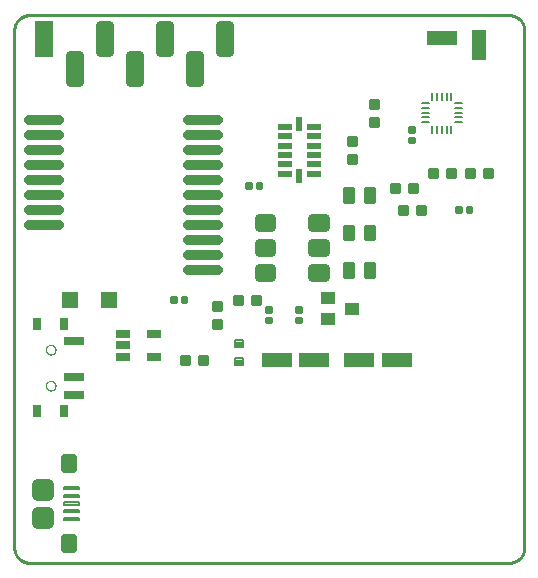
<source format=gtp>
G75*
%MOIN*%
%OFA0B0*%
%FSLAX25Y25*%
%IPPOS*%
%LPD*%
%AMOC8*
5,1,8,0,0,1.08239X$1,22.5*
%
%ADD10C,0.01000*%
%ADD11R,0.10000X0.05000*%
%ADD12C,0.01250*%
%ADD13R,0.05000X0.10000*%
%ADD14C,0.02953*%
%ADD15R,0.05500X0.05500*%
%ADD16C,0.00750*%
%ADD17C,0.03000*%
%ADD18R,0.06000X0.12000*%
%ADD19C,0.00875*%
%ADD20R,0.07087X0.02756*%
%ADD21R,0.02756X0.04000*%
%ADD22C,0.00000*%
%ADD23C,0.03200*%
%ADD24R,0.04500X0.04000*%
%ADD25R,0.04724X0.01969*%
%ADD26R,0.01969X0.04724*%
%ADD27C,0.00787*%
%ADD28R,0.04724X0.02717*%
%ADD29C,0.02756*%
%ADD30C,0.03740*%
D10*
X0008000Y0006500D02*
X0008000Y0179000D01*
X0008002Y0179140D01*
X0008008Y0179280D01*
X0008018Y0179420D01*
X0008031Y0179560D01*
X0008049Y0179699D01*
X0008071Y0179838D01*
X0008096Y0179975D01*
X0008125Y0180113D01*
X0008158Y0180249D01*
X0008195Y0180384D01*
X0008236Y0180518D01*
X0008281Y0180651D01*
X0008329Y0180783D01*
X0008381Y0180913D01*
X0008436Y0181042D01*
X0008495Y0181169D01*
X0008558Y0181295D01*
X0008624Y0181419D01*
X0008693Y0181540D01*
X0008766Y0181660D01*
X0008843Y0181778D01*
X0008922Y0181893D01*
X0009005Y0182007D01*
X0009091Y0182117D01*
X0009180Y0182226D01*
X0009272Y0182332D01*
X0009367Y0182435D01*
X0009464Y0182536D01*
X0009565Y0182633D01*
X0009668Y0182728D01*
X0009774Y0182820D01*
X0009883Y0182909D01*
X0009993Y0182995D01*
X0010107Y0183078D01*
X0010222Y0183157D01*
X0010340Y0183234D01*
X0010460Y0183307D01*
X0010581Y0183376D01*
X0010705Y0183442D01*
X0010831Y0183505D01*
X0010958Y0183564D01*
X0011087Y0183619D01*
X0011217Y0183671D01*
X0011349Y0183719D01*
X0011482Y0183764D01*
X0011616Y0183805D01*
X0011751Y0183842D01*
X0011887Y0183875D01*
X0012025Y0183904D01*
X0012162Y0183929D01*
X0012301Y0183951D01*
X0012440Y0183969D01*
X0012580Y0183982D01*
X0012720Y0183992D01*
X0012860Y0183998D01*
X0013000Y0184000D01*
X0173000Y0184000D01*
X0173140Y0183998D01*
X0173280Y0183992D01*
X0173420Y0183982D01*
X0173560Y0183969D01*
X0173699Y0183951D01*
X0173838Y0183929D01*
X0173975Y0183904D01*
X0174113Y0183875D01*
X0174249Y0183842D01*
X0174384Y0183805D01*
X0174518Y0183764D01*
X0174651Y0183719D01*
X0174783Y0183671D01*
X0174913Y0183619D01*
X0175042Y0183564D01*
X0175169Y0183505D01*
X0175295Y0183442D01*
X0175419Y0183376D01*
X0175540Y0183307D01*
X0175660Y0183234D01*
X0175778Y0183157D01*
X0175893Y0183078D01*
X0176007Y0182995D01*
X0176117Y0182909D01*
X0176226Y0182820D01*
X0176332Y0182728D01*
X0176435Y0182633D01*
X0176536Y0182536D01*
X0176633Y0182435D01*
X0176728Y0182332D01*
X0176820Y0182226D01*
X0176909Y0182117D01*
X0176995Y0182007D01*
X0177078Y0181893D01*
X0177157Y0181778D01*
X0177234Y0181660D01*
X0177307Y0181540D01*
X0177376Y0181419D01*
X0177442Y0181295D01*
X0177505Y0181169D01*
X0177564Y0181042D01*
X0177619Y0180913D01*
X0177671Y0180783D01*
X0177719Y0180651D01*
X0177764Y0180518D01*
X0177805Y0180384D01*
X0177842Y0180249D01*
X0177875Y0180113D01*
X0177904Y0179975D01*
X0177929Y0179838D01*
X0177951Y0179699D01*
X0177969Y0179560D01*
X0177982Y0179420D01*
X0177992Y0179280D01*
X0177998Y0179140D01*
X0178000Y0179000D01*
X0178000Y0006500D01*
X0177998Y0006360D01*
X0177992Y0006220D01*
X0177982Y0006080D01*
X0177969Y0005940D01*
X0177951Y0005801D01*
X0177929Y0005662D01*
X0177904Y0005525D01*
X0177875Y0005387D01*
X0177842Y0005251D01*
X0177805Y0005116D01*
X0177764Y0004982D01*
X0177719Y0004849D01*
X0177671Y0004717D01*
X0177619Y0004587D01*
X0177564Y0004458D01*
X0177505Y0004331D01*
X0177442Y0004205D01*
X0177376Y0004081D01*
X0177307Y0003960D01*
X0177234Y0003840D01*
X0177157Y0003722D01*
X0177078Y0003607D01*
X0176995Y0003493D01*
X0176909Y0003383D01*
X0176820Y0003274D01*
X0176728Y0003168D01*
X0176633Y0003065D01*
X0176536Y0002964D01*
X0176435Y0002867D01*
X0176332Y0002772D01*
X0176226Y0002680D01*
X0176117Y0002591D01*
X0176007Y0002505D01*
X0175893Y0002422D01*
X0175778Y0002343D01*
X0175660Y0002266D01*
X0175540Y0002193D01*
X0175419Y0002124D01*
X0175295Y0002058D01*
X0175169Y0001995D01*
X0175042Y0001936D01*
X0174913Y0001881D01*
X0174783Y0001829D01*
X0174651Y0001781D01*
X0174518Y0001736D01*
X0174384Y0001695D01*
X0174249Y0001658D01*
X0174113Y0001625D01*
X0173975Y0001596D01*
X0173838Y0001571D01*
X0173699Y0001549D01*
X0173560Y0001531D01*
X0173420Y0001518D01*
X0173280Y0001508D01*
X0173140Y0001502D01*
X0173000Y0001500D01*
X0013000Y0001500D01*
X0012860Y0001502D01*
X0012720Y0001508D01*
X0012580Y0001518D01*
X0012440Y0001531D01*
X0012301Y0001549D01*
X0012162Y0001571D01*
X0012025Y0001596D01*
X0011887Y0001625D01*
X0011751Y0001658D01*
X0011616Y0001695D01*
X0011482Y0001736D01*
X0011349Y0001781D01*
X0011217Y0001829D01*
X0011087Y0001881D01*
X0010958Y0001936D01*
X0010831Y0001995D01*
X0010705Y0002058D01*
X0010581Y0002124D01*
X0010460Y0002193D01*
X0010340Y0002266D01*
X0010222Y0002343D01*
X0010107Y0002422D01*
X0009993Y0002505D01*
X0009883Y0002591D01*
X0009774Y0002680D01*
X0009668Y0002772D01*
X0009565Y0002867D01*
X0009464Y0002964D01*
X0009367Y0003065D01*
X0009272Y0003168D01*
X0009180Y0003274D01*
X0009091Y0003383D01*
X0009005Y0003493D01*
X0008922Y0003607D01*
X0008843Y0003722D01*
X0008766Y0003840D01*
X0008693Y0003960D01*
X0008624Y0004081D01*
X0008558Y0004205D01*
X0008495Y0004331D01*
X0008436Y0004458D01*
X0008381Y0004587D01*
X0008329Y0004717D01*
X0008281Y0004849D01*
X0008236Y0004982D01*
X0008195Y0005116D01*
X0008158Y0005251D01*
X0008125Y0005387D01*
X0008096Y0005525D01*
X0008071Y0005662D01*
X0008049Y0005801D01*
X0008031Y0005940D01*
X0008018Y0006080D01*
X0008008Y0006220D01*
X0008002Y0006360D01*
X0008000Y0006500D01*
X0118000Y0096750D02*
X0121000Y0096750D01*
X0118000Y0096750D02*
X0118000Y0101250D01*
X0121000Y0101250D01*
X0121000Y0096750D01*
X0121000Y0097749D02*
X0118000Y0097749D01*
X0118000Y0098748D02*
X0121000Y0098748D01*
X0121000Y0099747D02*
X0118000Y0099747D01*
X0118000Y0100746D02*
X0121000Y0100746D01*
X0125000Y0096750D02*
X0128000Y0096750D01*
X0125000Y0096750D02*
X0125000Y0101250D01*
X0128000Y0101250D01*
X0128000Y0096750D01*
X0128000Y0097749D02*
X0125000Y0097749D01*
X0125000Y0098748D02*
X0128000Y0098748D01*
X0128000Y0099747D02*
X0125000Y0099747D01*
X0125000Y0100746D02*
X0128000Y0100746D01*
X0128000Y0109250D02*
X0125000Y0109250D01*
X0125000Y0113750D01*
X0128000Y0113750D01*
X0128000Y0109250D01*
X0128000Y0110249D02*
X0125000Y0110249D01*
X0125000Y0111248D02*
X0128000Y0111248D01*
X0128000Y0112247D02*
X0125000Y0112247D01*
X0125000Y0113246D02*
X0128000Y0113246D01*
X0121000Y0109250D02*
X0118000Y0109250D01*
X0118000Y0113750D01*
X0121000Y0113750D01*
X0121000Y0109250D01*
X0121000Y0110249D02*
X0118000Y0110249D01*
X0118000Y0111248D02*
X0121000Y0111248D01*
X0121000Y0112247D02*
X0118000Y0112247D01*
X0118000Y0113246D02*
X0121000Y0113246D01*
X0121000Y0121750D02*
X0118000Y0121750D01*
X0118000Y0126250D01*
X0121000Y0126250D01*
X0121000Y0121750D01*
X0121000Y0122749D02*
X0118000Y0122749D01*
X0118000Y0123748D02*
X0121000Y0123748D01*
X0121000Y0124747D02*
X0118000Y0124747D01*
X0118000Y0125746D02*
X0121000Y0125746D01*
X0125000Y0121750D02*
X0128000Y0121750D01*
X0125000Y0121750D02*
X0125000Y0126250D01*
X0128000Y0126250D01*
X0128000Y0121750D01*
X0128000Y0122749D02*
X0125000Y0122749D01*
X0125000Y0123748D02*
X0128000Y0123748D01*
X0128000Y0124747D02*
X0125000Y0124747D01*
X0125000Y0125746D02*
X0128000Y0125746D01*
D11*
X0150500Y0176500D03*
X0135500Y0069000D03*
X0123000Y0069000D03*
X0108000Y0069000D03*
X0095500Y0069000D03*
D12*
X0092375Y0081625D02*
X0092375Y0082875D01*
X0093625Y0082875D01*
X0093625Y0081625D01*
X0092375Y0081625D01*
X0092375Y0082874D02*
X0093625Y0082874D01*
X0092375Y0085125D02*
X0092375Y0086375D01*
X0093625Y0086375D01*
X0093625Y0085125D01*
X0092375Y0085125D01*
X0092375Y0086374D02*
X0093625Y0086374D01*
X0102375Y0086375D02*
X0102375Y0085125D01*
X0102375Y0086375D02*
X0103625Y0086375D01*
X0103625Y0085125D01*
X0102375Y0085125D01*
X0102375Y0086374D02*
X0103625Y0086374D01*
X0102375Y0082875D02*
X0102375Y0081625D01*
X0102375Y0082875D02*
X0103625Y0082875D01*
X0103625Y0081625D01*
X0102375Y0081625D01*
X0102375Y0082874D02*
X0103625Y0082874D01*
X0065375Y0089625D02*
X0064125Y0089625D01*
X0065375Y0089625D02*
X0065375Y0088375D01*
X0064125Y0088375D01*
X0064125Y0089625D01*
X0064125Y0089624D02*
X0065375Y0089624D01*
X0061875Y0089625D02*
X0060625Y0089625D01*
X0061875Y0089625D02*
X0061875Y0088375D01*
X0060625Y0088375D01*
X0060625Y0089625D01*
X0060625Y0089624D02*
X0061875Y0089624D01*
X0085625Y0127625D02*
X0086875Y0127625D01*
X0086875Y0126375D01*
X0085625Y0126375D01*
X0085625Y0127625D01*
X0085625Y0127624D02*
X0086875Y0127624D01*
X0089125Y0127625D02*
X0090375Y0127625D01*
X0090375Y0126375D01*
X0089125Y0126375D01*
X0089125Y0127625D01*
X0089125Y0127624D02*
X0090375Y0127624D01*
X0139875Y0141625D02*
X0139875Y0142875D01*
X0141125Y0142875D01*
X0141125Y0141625D01*
X0139875Y0141625D01*
X0139875Y0142874D02*
X0141125Y0142874D01*
X0139875Y0145125D02*
X0139875Y0146375D01*
X0141125Y0146375D01*
X0141125Y0145125D01*
X0139875Y0145125D01*
X0139875Y0146374D02*
X0141125Y0146374D01*
X0155625Y0118375D02*
X0156875Y0118375D01*
X0155625Y0118375D02*
X0155625Y0119625D01*
X0156875Y0119625D01*
X0156875Y0118375D01*
X0156875Y0119624D02*
X0155625Y0119624D01*
X0159125Y0118375D02*
X0160375Y0118375D01*
X0159125Y0118375D02*
X0159125Y0119625D01*
X0160375Y0119625D01*
X0160375Y0118375D01*
X0160375Y0119624D02*
X0159125Y0119624D01*
D13*
X0163000Y0174000D03*
D14*
X0111425Y0116245D02*
X0107291Y0116245D01*
X0111425Y0116245D02*
X0111425Y0113291D01*
X0107291Y0113291D01*
X0107291Y0116245D01*
X0107291Y0116243D02*
X0111425Y0116243D01*
X0111425Y0107977D02*
X0107291Y0107977D01*
X0111425Y0107977D02*
X0111425Y0105023D01*
X0107291Y0105023D01*
X0107291Y0107977D01*
X0107291Y0107975D02*
X0111425Y0107975D01*
X0111425Y0099709D02*
X0107291Y0099709D01*
X0111425Y0099709D02*
X0111425Y0096755D01*
X0107291Y0096755D01*
X0107291Y0099709D01*
X0107291Y0099707D02*
X0111425Y0099707D01*
X0093709Y0099709D02*
X0089575Y0099709D01*
X0093709Y0099709D02*
X0093709Y0096755D01*
X0089575Y0096755D01*
X0089575Y0099709D01*
X0089575Y0099707D02*
X0093709Y0099707D01*
X0093709Y0107977D02*
X0089575Y0107977D01*
X0093709Y0107977D02*
X0093709Y0105023D01*
X0089575Y0105023D01*
X0089575Y0107977D01*
X0089575Y0107975D02*
X0093709Y0107975D01*
X0093709Y0116245D02*
X0089575Y0116245D01*
X0093709Y0116245D02*
X0093709Y0113291D01*
X0089575Y0113291D01*
X0089575Y0116245D01*
X0089575Y0116243D02*
X0093709Y0116243D01*
D15*
X0039500Y0089000D03*
X0026500Y0089000D03*
D16*
X0084375Y0075625D02*
X0084375Y0073375D01*
X0081625Y0073375D01*
X0081625Y0075625D01*
X0084375Y0075625D01*
X0084375Y0074124D02*
X0081625Y0074124D01*
X0081625Y0074873D02*
X0084375Y0074873D01*
X0084375Y0075622D02*
X0081625Y0075622D01*
X0084375Y0069625D02*
X0084375Y0067375D01*
X0081625Y0067375D01*
X0081625Y0069625D01*
X0084375Y0069625D01*
X0084375Y0068124D02*
X0081625Y0068124D01*
X0081625Y0068873D02*
X0084375Y0068873D01*
X0084375Y0069622D02*
X0081625Y0069622D01*
D17*
X0069500Y0161626D02*
X0069500Y0170626D01*
X0069500Y0161626D02*
X0066500Y0161626D01*
X0066500Y0170626D01*
X0069500Y0170626D01*
X0069500Y0164625D02*
X0066500Y0164625D01*
X0066500Y0167624D02*
X0069500Y0167624D01*
X0069500Y0170623D02*
X0066500Y0170623D01*
X0059500Y0171626D02*
X0059500Y0180626D01*
X0059500Y0171626D02*
X0056500Y0171626D01*
X0056500Y0180626D01*
X0059500Y0180626D01*
X0059500Y0174625D02*
X0056500Y0174625D01*
X0056500Y0177624D02*
X0059500Y0177624D01*
X0059500Y0180623D02*
X0056500Y0180623D01*
X0049500Y0170626D02*
X0049500Y0161626D01*
X0046500Y0161626D01*
X0046500Y0170626D01*
X0049500Y0170626D01*
X0049500Y0164625D02*
X0046500Y0164625D01*
X0046500Y0167624D02*
X0049500Y0167624D01*
X0049500Y0170623D02*
X0046500Y0170623D01*
X0039500Y0171626D02*
X0039500Y0180626D01*
X0039500Y0171626D02*
X0036500Y0171626D01*
X0036500Y0180626D01*
X0039500Y0180626D01*
X0039500Y0174625D02*
X0036500Y0174625D01*
X0036500Y0177624D02*
X0039500Y0177624D01*
X0039500Y0180623D02*
X0036500Y0180623D01*
X0029500Y0170626D02*
X0029500Y0161626D01*
X0026500Y0161626D01*
X0026500Y0170626D01*
X0029500Y0170626D01*
X0029500Y0164625D02*
X0026500Y0164625D01*
X0026500Y0167624D02*
X0029500Y0167624D01*
X0029500Y0170623D02*
X0026500Y0170623D01*
X0079500Y0171626D02*
X0079500Y0180626D01*
X0079500Y0171626D02*
X0076500Y0171626D01*
X0076500Y0180626D01*
X0079500Y0180626D01*
X0079500Y0174625D02*
X0076500Y0174625D01*
X0076500Y0177624D02*
X0079500Y0177624D01*
X0079500Y0180623D02*
X0076500Y0180623D01*
D18*
X0018000Y0176126D03*
D19*
X0081187Y0090313D02*
X0083813Y0090313D01*
X0083813Y0087687D01*
X0081187Y0087687D01*
X0081187Y0090313D01*
X0081187Y0088561D02*
X0083813Y0088561D01*
X0083813Y0089435D02*
X0081187Y0089435D01*
X0081187Y0090309D02*
X0083813Y0090309D01*
X0087187Y0090313D02*
X0089813Y0090313D01*
X0089813Y0087687D01*
X0087187Y0087687D01*
X0087187Y0090313D01*
X0087187Y0088561D02*
X0089813Y0088561D01*
X0089813Y0089435D02*
X0087187Y0089435D01*
X0087187Y0090309D02*
X0089813Y0090309D01*
X0074187Y0088313D02*
X0074187Y0085687D01*
X0074187Y0088313D02*
X0076813Y0088313D01*
X0076813Y0085687D01*
X0074187Y0085687D01*
X0074187Y0086561D02*
X0076813Y0086561D01*
X0076813Y0087435D02*
X0074187Y0087435D01*
X0074187Y0088309D02*
X0076813Y0088309D01*
X0074187Y0082313D02*
X0074187Y0079687D01*
X0074187Y0082313D02*
X0076813Y0082313D01*
X0076813Y0079687D01*
X0074187Y0079687D01*
X0074187Y0080561D02*
X0076813Y0080561D01*
X0076813Y0081435D02*
X0074187Y0081435D01*
X0074187Y0082309D02*
X0076813Y0082309D01*
X0072313Y0067687D02*
X0069687Y0067687D01*
X0069687Y0070313D01*
X0072313Y0070313D01*
X0072313Y0067687D01*
X0072313Y0068561D02*
X0069687Y0068561D01*
X0069687Y0069435D02*
X0072313Y0069435D01*
X0072313Y0070309D02*
X0069687Y0070309D01*
X0066313Y0067687D02*
X0063687Y0067687D01*
X0063687Y0070313D01*
X0066313Y0070313D01*
X0066313Y0067687D01*
X0066313Y0068561D02*
X0063687Y0068561D01*
X0063687Y0069435D02*
X0066313Y0069435D01*
X0066313Y0070309D02*
X0063687Y0070309D01*
X0119187Y0134687D02*
X0119187Y0137313D01*
X0121813Y0137313D01*
X0121813Y0134687D01*
X0119187Y0134687D01*
X0119187Y0135561D02*
X0121813Y0135561D01*
X0121813Y0136435D02*
X0119187Y0136435D01*
X0119187Y0137309D02*
X0121813Y0137309D01*
X0119187Y0140687D02*
X0119187Y0143313D01*
X0121813Y0143313D01*
X0121813Y0140687D01*
X0119187Y0140687D01*
X0119187Y0141561D02*
X0121813Y0141561D01*
X0121813Y0142435D02*
X0119187Y0142435D01*
X0119187Y0143309D02*
X0121813Y0143309D01*
X0129313Y0147187D02*
X0129313Y0149813D01*
X0129313Y0147187D02*
X0126687Y0147187D01*
X0126687Y0149813D01*
X0129313Y0149813D01*
X0129313Y0148061D02*
X0126687Y0148061D01*
X0126687Y0148935D02*
X0129313Y0148935D01*
X0129313Y0149809D02*
X0126687Y0149809D01*
X0129313Y0153187D02*
X0129313Y0155813D01*
X0129313Y0153187D02*
X0126687Y0153187D01*
X0126687Y0155813D01*
X0129313Y0155813D01*
X0129313Y0154061D02*
X0126687Y0154061D01*
X0126687Y0154935D02*
X0129313Y0154935D01*
X0129313Y0155809D02*
X0126687Y0155809D01*
X0146187Y0130187D02*
X0148813Y0130187D01*
X0146187Y0130187D02*
X0146187Y0132813D01*
X0148813Y0132813D01*
X0148813Y0130187D01*
X0148813Y0131061D02*
X0146187Y0131061D01*
X0146187Y0131935D02*
X0148813Y0131935D01*
X0148813Y0132809D02*
X0146187Y0132809D01*
X0152187Y0130187D02*
X0154813Y0130187D01*
X0152187Y0130187D02*
X0152187Y0132813D01*
X0154813Y0132813D01*
X0154813Y0130187D01*
X0154813Y0131061D02*
X0152187Y0131061D01*
X0152187Y0131935D02*
X0154813Y0131935D01*
X0154813Y0132809D02*
X0152187Y0132809D01*
X0158687Y0132813D02*
X0161313Y0132813D01*
X0161313Y0130187D01*
X0158687Y0130187D01*
X0158687Y0132813D01*
X0158687Y0131061D02*
X0161313Y0131061D01*
X0161313Y0131935D02*
X0158687Y0131935D01*
X0158687Y0132809D02*
X0161313Y0132809D01*
X0164687Y0132813D02*
X0167313Y0132813D01*
X0167313Y0130187D01*
X0164687Y0130187D01*
X0164687Y0132813D01*
X0164687Y0131061D02*
X0167313Y0131061D01*
X0167313Y0131935D02*
X0164687Y0131935D01*
X0164687Y0132809D02*
X0167313Y0132809D01*
X0144813Y0117687D02*
X0142187Y0117687D01*
X0142187Y0120313D01*
X0144813Y0120313D01*
X0144813Y0117687D01*
X0144813Y0118561D02*
X0142187Y0118561D01*
X0142187Y0119435D02*
X0144813Y0119435D01*
X0144813Y0120309D02*
X0142187Y0120309D01*
X0138813Y0117687D02*
X0136187Y0117687D01*
X0136187Y0120313D01*
X0138813Y0120313D01*
X0138813Y0117687D01*
X0138813Y0118561D02*
X0136187Y0118561D01*
X0136187Y0119435D02*
X0138813Y0119435D01*
X0138813Y0120309D02*
X0136187Y0120309D01*
X0136313Y0125187D02*
X0133687Y0125187D01*
X0133687Y0127813D01*
X0136313Y0127813D01*
X0136313Y0125187D01*
X0136313Y0126061D02*
X0133687Y0126061D01*
X0133687Y0126935D02*
X0136313Y0126935D01*
X0136313Y0127809D02*
X0133687Y0127809D01*
X0139687Y0125187D02*
X0142313Y0125187D01*
X0139687Y0125187D02*
X0139687Y0127813D01*
X0142313Y0127813D01*
X0142313Y0125187D01*
X0142313Y0126061D02*
X0139687Y0126061D01*
X0139687Y0126935D02*
X0142313Y0126935D01*
X0142313Y0127809D02*
X0139687Y0127809D01*
D20*
X0027913Y0075500D03*
X0027913Y0063500D03*
X0027913Y0057500D03*
D21*
X0024654Y0052000D03*
X0015598Y0052000D03*
X0015598Y0081000D03*
X0024654Y0081000D03*
D22*
X0018526Y0072500D02*
X0018528Y0072580D01*
X0018534Y0072659D01*
X0018544Y0072738D01*
X0018558Y0072817D01*
X0018575Y0072895D01*
X0018597Y0072972D01*
X0018622Y0073047D01*
X0018652Y0073121D01*
X0018684Y0073194D01*
X0018721Y0073265D01*
X0018761Y0073334D01*
X0018804Y0073401D01*
X0018851Y0073466D01*
X0018900Y0073528D01*
X0018953Y0073588D01*
X0019009Y0073645D01*
X0019067Y0073700D01*
X0019128Y0073751D01*
X0019192Y0073799D01*
X0019258Y0073844D01*
X0019326Y0073886D01*
X0019396Y0073924D01*
X0019468Y0073958D01*
X0019541Y0073989D01*
X0019616Y0074017D01*
X0019693Y0074040D01*
X0019770Y0074060D01*
X0019848Y0074076D01*
X0019927Y0074088D01*
X0020006Y0074096D01*
X0020086Y0074100D01*
X0020166Y0074100D01*
X0020246Y0074096D01*
X0020325Y0074088D01*
X0020404Y0074076D01*
X0020482Y0074060D01*
X0020559Y0074040D01*
X0020636Y0074017D01*
X0020711Y0073989D01*
X0020784Y0073958D01*
X0020856Y0073924D01*
X0020926Y0073886D01*
X0020994Y0073844D01*
X0021060Y0073799D01*
X0021124Y0073751D01*
X0021185Y0073700D01*
X0021243Y0073645D01*
X0021299Y0073588D01*
X0021352Y0073528D01*
X0021401Y0073466D01*
X0021448Y0073401D01*
X0021491Y0073334D01*
X0021531Y0073265D01*
X0021568Y0073194D01*
X0021600Y0073121D01*
X0021630Y0073047D01*
X0021655Y0072972D01*
X0021677Y0072895D01*
X0021694Y0072817D01*
X0021708Y0072738D01*
X0021718Y0072659D01*
X0021724Y0072580D01*
X0021726Y0072500D01*
X0021724Y0072420D01*
X0021718Y0072341D01*
X0021708Y0072262D01*
X0021694Y0072183D01*
X0021677Y0072105D01*
X0021655Y0072028D01*
X0021630Y0071953D01*
X0021600Y0071879D01*
X0021568Y0071806D01*
X0021531Y0071735D01*
X0021491Y0071666D01*
X0021448Y0071599D01*
X0021401Y0071534D01*
X0021352Y0071472D01*
X0021299Y0071412D01*
X0021243Y0071355D01*
X0021185Y0071300D01*
X0021124Y0071249D01*
X0021060Y0071201D01*
X0020994Y0071156D01*
X0020926Y0071114D01*
X0020856Y0071076D01*
X0020784Y0071042D01*
X0020711Y0071011D01*
X0020636Y0070983D01*
X0020559Y0070960D01*
X0020482Y0070940D01*
X0020404Y0070924D01*
X0020325Y0070912D01*
X0020246Y0070904D01*
X0020166Y0070900D01*
X0020086Y0070900D01*
X0020006Y0070904D01*
X0019927Y0070912D01*
X0019848Y0070924D01*
X0019770Y0070940D01*
X0019693Y0070960D01*
X0019616Y0070983D01*
X0019541Y0071011D01*
X0019468Y0071042D01*
X0019396Y0071076D01*
X0019326Y0071114D01*
X0019258Y0071156D01*
X0019192Y0071201D01*
X0019128Y0071249D01*
X0019067Y0071300D01*
X0019009Y0071355D01*
X0018953Y0071412D01*
X0018900Y0071472D01*
X0018851Y0071534D01*
X0018804Y0071599D01*
X0018761Y0071666D01*
X0018721Y0071735D01*
X0018684Y0071806D01*
X0018652Y0071879D01*
X0018622Y0071953D01*
X0018597Y0072028D01*
X0018575Y0072105D01*
X0018558Y0072183D01*
X0018544Y0072262D01*
X0018534Y0072341D01*
X0018528Y0072420D01*
X0018526Y0072500D01*
X0018526Y0060500D02*
X0018528Y0060580D01*
X0018534Y0060659D01*
X0018544Y0060738D01*
X0018558Y0060817D01*
X0018575Y0060895D01*
X0018597Y0060972D01*
X0018622Y0061047D01*
X0018652Y0061121D01*
X0018684Y0061194D01*
X0018721Y0061265D01*
X0018761Y0061334D01*
X0018804Y0061401D01*
X0018851Y0061466D01*
X0018900Y0061528D01*
X0018953Y0061588D01*
X0019009Y0061645D01*
X0019067Y0061700D01*
X0019128Y0061751D01*
X0019192Y0061799D01*
X0019258Y0061844D01*
X0019326Y0061886D01*
X0019396Y0061924D01*
X0019468Y0061958D01*
X0019541Y0061989D01*
X0019616Y0062017D01*
X0019693Y0062040D01*
X0019770Y0062060D01*
X0019848Y0062076D01*
X0019927Y0062088D01*
X0020006Y0062096D01*
X0020086Y0062100D01*
X0020166Y0062100D01*
X0020246Y0062096D01*
X0020325Y0062088D01*
X0020404Y0062076D01*
X0020482Y0062060D01*
X0020559Y0062040D01*
X0020636Y0062017D01*
X0020711Y0061989D01*
X0020784Y0061958D01*
X0020856Y0061924D01*
X0020926Y0061886D01*
X0020994Y0061844D01*
X0021060Y0061799D01*
X0021124Y0061751D01*
X0021185Y0061700D01*
X0021243Y0061645D01*
X0021299Y0061588D01*
X0021352Y0061528D01*
X0021401Y0061466D01*
X0021448Y0061401D01*
X0021491Y0061334D01*
X0021531Y0061265D01*
X0021568Y0061194D01*
X0021600Y0061121D01*
X0021630Y0061047D01*
X0021655Y0060972D01*
X0021677Y0060895D01*
X0021694Y0060817D01*
X0021708Y0060738D01*
X0021718Y0060659D01*
X0021724Y0060580D01*
X0021726Y0060500D01*
X0021724Y0060420D01*
X0021718Y0060341D01*
X0021708Y0060262D01*
X0021694Y0060183D01*
X0021677Y0060105D01*
X0021655Y0060028D01*
X0021630Y0059953D01*
X0021600Y0059879D01*
X0021568Y0059806D01*
X0021531Y0059735D01*
X0021491Y0059666D01*
X0021448Y0059599D01*
X0021401Y0059534D01*
X0021352Y0059472D01*
X0021299Y0059412D01*
X0021243Y0059355D01*
X0021185Y0059300D01*
X0021124Y0059249D01*
X0021060Y0059201D01*
X0020994Y0059156D01*
X0020926Y0059114D01*
X0020856Y0059076D01*
X0020784Y0059042D01*
X0020711Y0059011D01*
X0020636Y0058983D01*
X0020559Y0058960D01*
X0020482Y0058940D01*
X0020404Y0058924D01*
X0020325Y0058912D01*
X0020246Y0058904D01*
X0020166Y0058900D01*
X0020086Y0058900D01*
X0020006Y0058904D01*
X0019927Y0058912D01*
X0019848Y0058924D01*
X0019770Y0058940D01*
X0019693Y0058960D01*
X0019616Y0058983D01*
X0019541Y0059011D01*
X0019468Y0059042D01*
X0019396Y0059076D01*
X0019326Y0059114D01*
X0019258Y0059156D01*
X0019192Y0059201D01*
X0019128Y0059249D01*
X0019067Y0059300D01*
X0019009Y0059355D01*
X0018953Y0059412D01*
X0018900Y0059472D01*
X0018851Y0059534D01*
X0018804Y0059599D01*
X0018761Y0059666D01*
X0018721Y0059735D01*
X0018684Y0059806D01*
X0018652Y0059879D01*
X0018622Y0059953D01*
X0018597Y0060028D01*
X0018575Y0060105D01*
X0018558Y0060183D01*
X0018544Y0060262D01*
X0018534Y0060341D01*
X0018528Y0060420D01*
X0018526Y0060500D01*
D23*
X0023000Y0114000D02*
X0013000Y0114000D01*
X0013000Y0119000D02*
X0023000Y0119000D01*
X0023000Y0124000D02*
X0013000Y0124000D01*
X0013000Y0129000D02*
X0023000Y0129000D01*
X0023000Y0134000D02*
X0013000Y0134000D01*
X0013000Y0139000D02*
X0023000Y0139000D01*
X0023000Y0144000D02*
X0013000Y0144000D01*
X0013000Y0149000D02*
X0023000Y0149000D01*
X0065800Y0149100D02*
X0075800Y0149100D01*
X0075800Y0144100D02*
X0065800Y0144100D01*
X0065800Y0139100D02*
X0075800Y0139100D01*
X0075800Y0134100D02*
X0065800Y0134100D01*
X0065800Y0129100D02*
X0075800Y0129100D01*
X0075800Y0124100D02*
X0065800Y0124100D01*
X0065800Y0119100D02*
X0075800Y0119100D01*
X0075800Y0114100D02*
X0065800Y0114100D01*
X0065800Y0109100D02*
X0075800Y0109100D01*
X0075800Y0104100D02*
X0065800Y0104100D01*
X0065800Y0099100D02*
X0075800Y0099100D01*
D24*
X0112563Y0089626D03*
X0112563Y0082626D03*
X0120563Y0086126D03*
D25*
X0107724Y0131126D03*
X0107724Y0134276D03*
X0107724Y0137425D03*
X0107724Y0140575D03*
X0107724Y0143724D03*
X0107724Y0146874D03*
X0098276Y0146874D03*
X0098276Y0143724D03*
X0098276Y0140575D03*
X0098276Y0137425D03*
X0098276Y0134276D03*
X0098276Y0131126D03*
D26*
X0103000Y0130339D03*
X0103000Y0147661D03*
D27*
X0143806Y0148350D02*
X0146170Y0148350D01*
X0143806Y0148350D02*
X0143806Y0148350D01*
X0146170Y0148350D01*
X0146170Y0148350D01*
X0146170Y0149925D02*
X0143806Y0149925D01*
X0143806Y0149925D01*
X0146170Y0149925D01*
X0146170Y0149925D01*
X0146170Y0151500D02*
X0143806Y0151500D01*
X0143806Y0151500D01*
X0146170Y0151500D01*
X0146170Y0151500D01*
X0146170Y0153075D02*
X0143806Y0153075D01*
X0143806Y0153075D01*
X0146170Y0153075D01*
X0146170Y0153075D01*
X0146170Y0154650D02*
X0143806Y0154650D01*
X0143806Y0154650D01*
X0146170Y0154650D01*
X0146170Y0154650D01*
X0147350Y0155830D02*
X0147350Y0158194D01*
X0147350Y0158194D01*
X0147350Y0155830D01*
X0147350Y0155830D01*
X0147350Y0156616D02*
X0147350Y0156616D01*
X0147350Y0157402D02*
X0147350Y0157402D01*
X0147350Y0158188D02*
X0147350Y0158188D01*
X0148925Y0158194D02*
X0148925Y0155830D01*
X0148925Y0158194D02*
X0148925Y0158194D01*
X0148925Y0155830D01*
X0148925Y0155830D01*
X0148925Y0156616D02*
X0148925Y0156616D01*
X0148925Y0157402D02*
X0148925Y0157402D01*
X0148925Y0158188D02*
X0148925Y0158188D01*
X0150500Y0158194D02*
X0150500Y0155830D01*
X0150500Y0158194D02*
X0150500Y0158194D01*
X0150500Y0155830D01*
X0150500Y0155830D01*
X0150500Y0156616D02*
X0150500Y0156616D01*
X0150500Y0157402D02*
X0150500Y0157402D01*
X0150500Y0158188D02*
X0150500Y0158188D01*
X0152075Y0158194D02*
X0152075Y0155830D01*
X0152075Y0158194D02*
X0152075Y0158194D01*
X0152075Y0155830D01*
X0152075Y0155830D01*
X0152075Y0156616D02*
X0152075Y0156616D01*
X0152075Y0157402D02*
X0152075Y0157402D01*
X0152075Y0158188D02*
X0152075Y0158188D01*
X0153650Y0158194D02*
X0153650Y0155830D01*
X0153650Y0158194D02*
X0153650Y0158194D01*
X0153650Y0155830D01*
X0153650Y0155830D01*
X0153650Y0156616D02*
X0153650Y0156616D01*
X0153650Y0157402D02*
X0153650Y0157402D01*
X0153650Y0158188D02*
X0153650Y0158188D01*
X0154830Y0154650D02*
X0157194Y0154650D01*
X0157194Y0154650D01*
X0154830Y0154650D01*
X0154830Y0154650D01*
X0154830Y0153075D02*
X0157194Y0153075D01*
X0157194Y0153075D01*
X0154830Y0153075D01*
X0154830Y0153075D01*
X0154830Y0151500D02*
X0157194Y0151500D01*
X0157194Y0151500D01*
X0154830Y0151500D01*
X0154830Y0151500D01*
X0154830Y0149925D02*
X0157194Y0149925D01*
X0157194Y0149925D01*
X0154830Y0149925D01*
X0154830Y0149925D01*
X0154830Y0148350D02*
X0157194Y0148350D01*
X0157194Y0148350D01*
X0154830Y0148350D01*
X0154830Y0148350D01*
X0153650Y0147170D02*
X0153650Y0144806D01*
X0153650Y0144806D01*
X0153650Y0147170D01*
X0153650Y0147170D01*
X0153650Y0145592D02*
X0153650Y0145592D01*
X0153650Y0146378D02*
X0153650Y0146378D01*
X0153650Y0147164D02*
X0153650Y0147164D01*
X0152075Y0147170D02*
X0152075Y0144806D01*
X0152075Y0144806D01*
X0152075Y0147170D01*
X0152075Y0147170D01*
X0152075Y0145592D02*
X0152075Y0145592D01*
X0152075Y0146378D02*
X0152075Y0146378D01*
X0152075Y0147164D02*
X0152075Y0147164D01*
X0150500Y0147170D02*
X0150500Y0144806D01*
X0150500Y0144806D01*
X0150500Y0147170D01*
X0150500Y0147170D01*
X0150500Y0145592D02*
X0150500Y0145592D01*
X0150500Y0146378D02*
X0150500Y0146378D01*
X0150500Y0147164D02*
X0150500Y0147164D01*
X0148925Y0147170D02*
X0148925Y0144806D01*
X0148925Y0144806D01*
X0148925Y0147170D01*
X0148925Y0147170D01*
X0148925Y0145592D02*
X0148925Y0145592D01*
X0148925Y0146378D02*
X0148925Y0146378D01*
X0148925Y0147164D02*
X0148925Y0147164D01*
X0147350Y0147170D02*
X0147350Y0144806D01*
X0147350Y0144806D01*
X0147350Y0147170D01*
X0147350Y0147170D01*
X0147350Y0145592D02*
X0147350Y0145592D01*
X0147350Y0146378D02*
X0147350Y0146378D01*
X0147350Y0147164D02*
X0147350Y0147164D01*
X0029576Y0026762D02*
X0029576Y0025974D01*
X0024456Y0025974D01*
X0024456Y0026762D01*
X0029576Y0026762D01*
X0029576Y0026760D02*
X0024456Y0026760D01*
X0029576Y0024203D02*
X0029576Y0023415D01*
X0024456Y0023415D01*
X0024456Y0024203D01*
X0029576Y0024203D01*
X0029576Y0024201D02*
X0024456Y0024201D01*
X0029576Y0021644D02*
X0029576Y0020856D01*
X0024456Y0020856D01*
X0024456Y0021644D01*
X0029576Y0021644D01*
X0029576Y0021642D02*
X0024456Y0021642D01*
X0029576Y0019085D02*
X0029576Y0018297D01*
X0024456Y0018297D01*
X0024456Y0019085D01*
X0029576Y0019085D01*
X0029576Y0019083D02*
X0024456Y0019083D01*
X0029576Y0016526D02*
X0029576Y0015738D01*
X0024456Y0015738D01*
X0024456Y0016526D01*
X0029576Y0016526D01*
X0029576Y0016524D02*
X0024456Y0016524D01*
D28*
X0044200Y0070240D03*
X0044200Y0073980D03*
X0044200Y0077720D03*
X0054437Y0077720D03*
X0054437Y0070240D03*
D29*
X0027697Y0032865D02*
X0024941Y0032865D01*
X0024941Y0036407D01*
X0027697Y0036407D01*
X0027697Y0032865D01*
X0027697Y0035620D02*
X0024941Y0035620D01*
X0024941Y0006093D02*
X0027697Y0006093D01*
X0024941Y0006093D02*
X0024941Y0009635D01*
X0027697Y0009635D01*
X0027697Y0006093D01*
X0027697Y0008848D02*
X0024941Y0008848D01*
D30*
X0015599Y0014656D02*
X0015599Y0018396D01*
X0019339Y0018396D01*
X0019339Y0014656D01*
X0015599Y0014656D01*
X0015599Y0018395D02*
X0019339Y0018395D01*
X0015599Y0024104D02*
X0015599Y0027844D01*
X0019339Y0027844D01*
X0019339Y0024104D01*
X0015599Y0024104D01*
X0015599Y0027843D02*
X0019339Y0027843D01*
M02*

</source>
